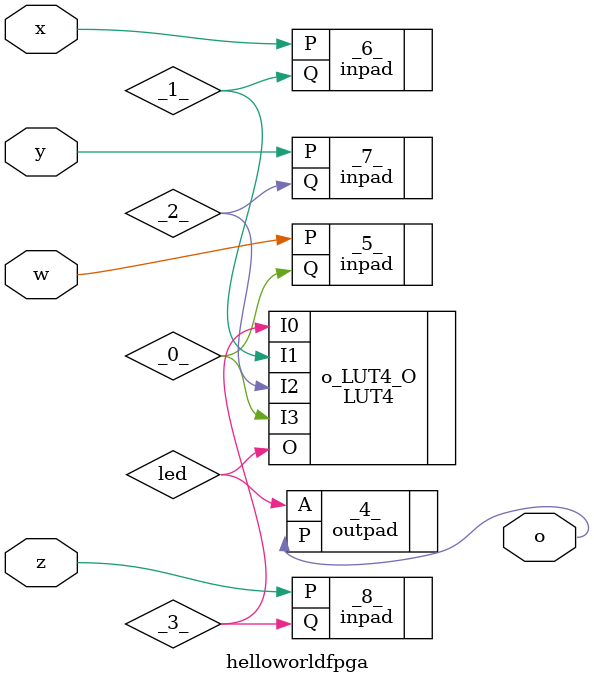
<source format=v>
/* Generated by Yosys 0.9+2406 (git sha1 492e2b1, gcc 10.2.1-6 -fPIC -Os) */

(* top =  1  *)
(* src = "/data/data/com.termux/files/home/fpga-examples/assignment/assignment.v:8.1-22.10" *)
module helloworldfpga(x, y, z, w, o);
  wire _0_;
  wire _1_;
  wire _2_;
  wire _3_;
  (* src = "/data/data/com.termux/files/home/fpga-examples/assignment/assignment.v:15.10-15.13" *)
  wire led;
  (* src = "/data/data/com.termux/files/home/fpga-examples/assignment/assignment.v:13.17-13.18" *)
  output o;
  (* src = "/data/data/com.termux/files/home/fpga-examples/assignment/assignment.v:12.11-12.12" *)
  input w;
  (* src = "/data/data/com.termux/files/home/fpga-examples/assignment/assignment.v:9.11-9.12" *)
  input x;
  (* src = "/data/data/com.termux/files/home/fpga-examples/assignment/assignment.v:10.11-10.12" *)
  input y;
  (* src = "/data/data/com.termux/files/home/fpga-examples/assignment/assignment.v:11.11-11.12" *)
  input z;
  (* keep = 32'd1 *)
  outpad #(
    .IO_LOC("X10Y3"),
    .IO_PAD("2"),
    .IO_TYPE("BIDIR")
  ) _4_ (
    .A(led),
    .P(o)
  );
  (* keep = 32'd1 *)
  inpad #(
    .IO_LOC({0{1'b0}}),
    .IO_PAD({0{1'b0}}),
    .IO_TYPE({0{1'b0}})
  ) _5_ (
    .P(w),
    .Q(_0_)
  );
  (* keep = 32'd1 *)
  inpad #(
    .IO_LOC("X8Y3"),
    .IO_PAD("6"),
    .IO_TYPE("BIDIR")
  ) _6_ (
    .P(x),
    .Q(_1_)
  );
  (* keep = 32'd1 *)
  inpad #(
    .IO_LOC({0{1'b0}}),
    .IO_PAD({0{1'b0}}),
    .IO_TYPE({0{1'b0}})
  ) _7_ (
    .P(y),
    .Q(_2_)
  );
  (* keep = 32'd1 *)
  inpad #(
    .IO_LOC({0{1'b0}}),
    .IO_PAD({0{1'b0}}),
    .IO_TYPE({0{1'b0}})
  ) _8_ (
    .P(z),
    .Q(_3_)
  );
  (* module_not_derived = 32'd1 *)
  (* src = "/data/data/com.termux/files/home/symbiflow/bin/../share/yosys/quicklogic/pp3_lut_map.v:40.63-40.132" *)
  LUT4 #(
    .EQN("(~I0*~I1*~I2*~I3)+(I0*~I1*~I2*~I3)+(I0*I1*~I2*~I3)+(~I0*~I1*I2*~I3)+(I0*I1*I2*~I3)+(~I0*~I1*~I2*I3)+(I0*~I1*~I2*I3)+(I0*I1*~I2*I3)+(~I0*~I1*I2*I3)"),
    .INIT(16'h1b9b)
  ) o_LUT4_O (
    .I0(_3_),
    .I1(_1_),
    .I2(_2_),
    .I3(_0_),
    .O(led)
  );
endmodule

</source>
